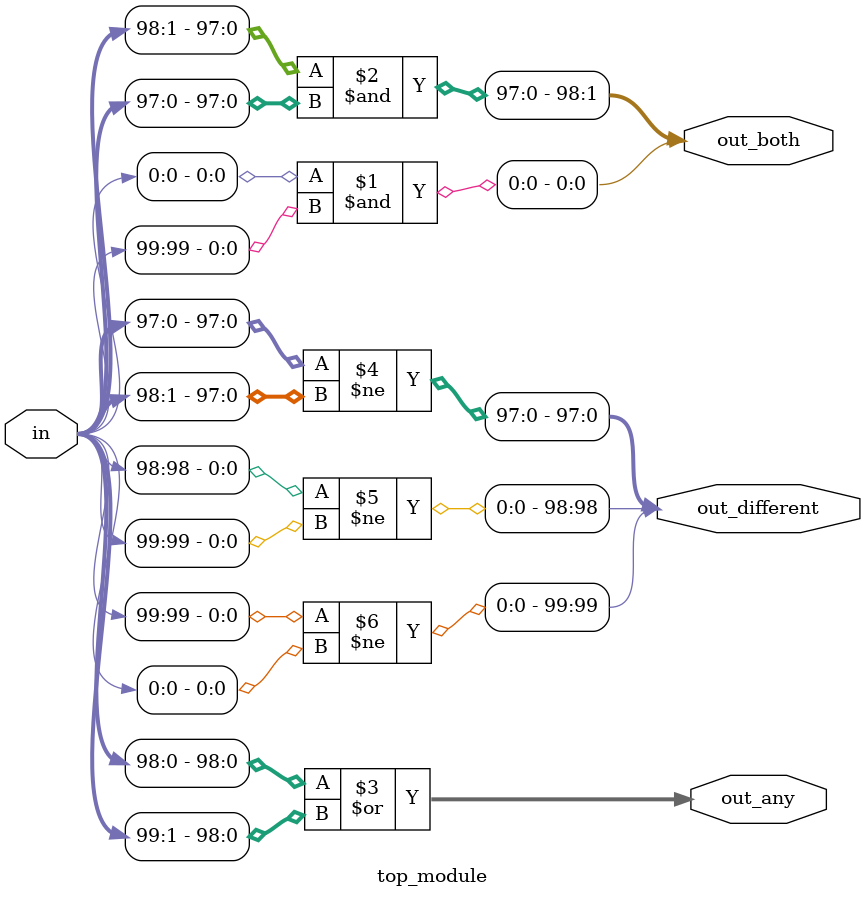
<source format=sv>
module top_module (
	input [99:0] in,
	output [98:0] out_both,
	output [99:1] out_any,
	output [99:0] out_different
);

	// Examine each bit and its neighbor to the left
	assign out_both[0] = in[0] & in[99];
	assign out_both[1:98] = in[1:98] & in[0:97];
	
	// Examine each bit and its neighbor to the right
	assign out_any[1:99] = in[0:98] | in[1:99];
	assign out_any[0] = in[0];
	
	// Examine each bit and its neighbor to the left, accounting for wrapping around
	assign out_different[0:97] = in[0:97] != in[1:98];
	assign out_different[98] = in[98] != in[99];
	assign out_different[99] = in[99] != in[0];

endmodule

</source>
